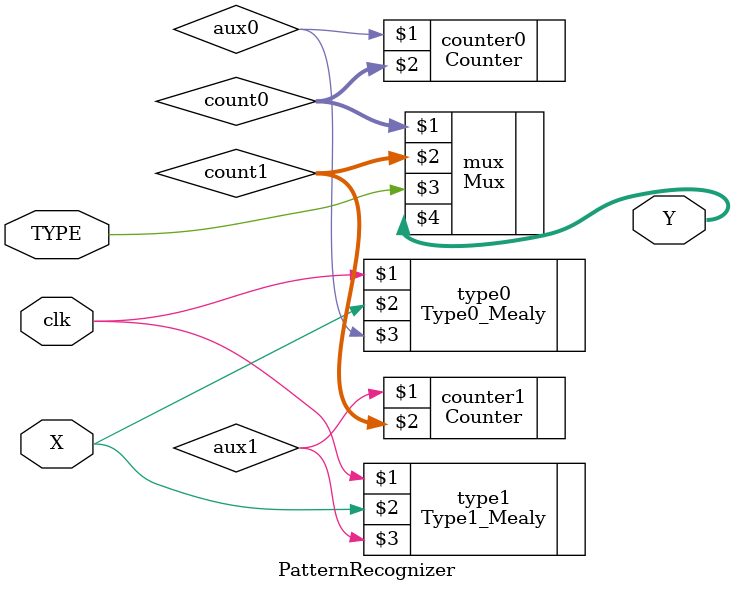
<source format=v>
`timescale 1ns / 1ps
module PatternRecognizer(
    input clk,
    input X,
    input TYPE,
    output [3:0] Y
    );
wire aux0;
wire aux1;
wire [3:0] count0;
wire [3:0] count1;
	 
Type0_Mealy type0(clk, X, aux0);
Counter counter0(aux0, count0);

Type1_Mealy type1(clk, X, aux1);
Counter counter1(aux1, count1);

Mux mux(count0, count1, TYPE, Y);

endmodule

</source>
